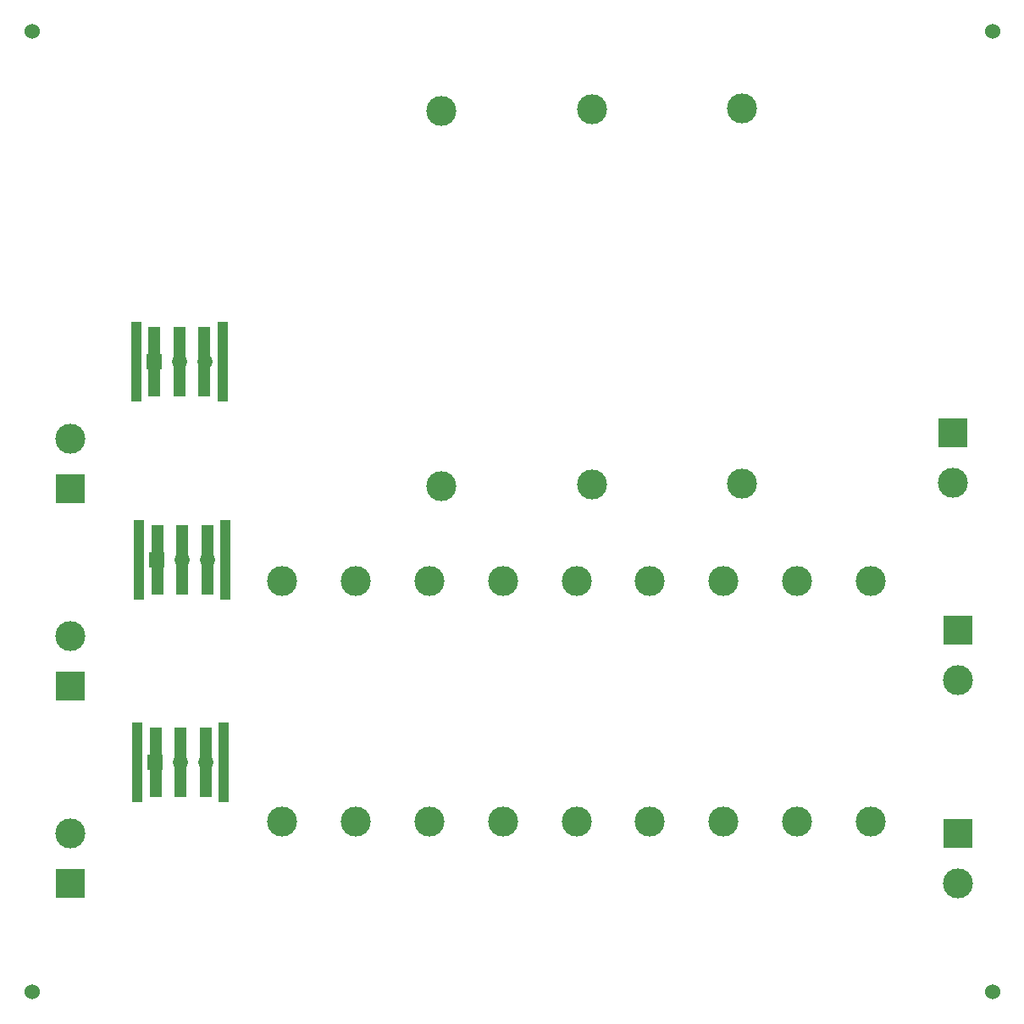
<source format=gbr>
G04 Layer_Color=255*
%FSLAX26Y26*%
%MOIN*%
%TF.FileFunction,Pads,Bot*%
%TF.Part,Single*%
G01*
G75*
%TA.AperFunction,ComponentPad*%
%ADD13C,0.059055*%
%ADD14R,0.059055X0.059055*%
%ADD15R,0.118110X0.118110*%
%ADD16C,0.118110*%
%TA.AperFunction,WasherPad*%
%ADD17C,0.060000*%
%TA.AperFunction,SMDPad,CuDef*%
%ADD18R,0.048819X0.275591*%
%ADD19R,0.043307X0.314961*%
D13*
X691575Y-2080000D02*
D03*
X591575D02*
D03*
X680000Y-1300000D02*
D03*
X580000D02*
D03*
X685000Y-2875000D02*
D03*
X585000D02*
D03*
D14*
X491575Y-2080000D02*
D03*
X480000Y-1300000D02*
D03*
X485000Y-2875000D02*
D03*
D15*
X3625000Y-1577678D02*
D03*
X3645000Y-2355178D02*
D03*
Y-3156575D02*
D03*
X149449Y-1797402D02*
D03*
Y-2574902D02*
D03*
Y-3352402D02*
D03*
D16*
X3625000Y-1774528D02*
D03*
X3645000Y-2552028D02*
D03*
Y-3353425D02*
D03*
X982598Y-3107441D02*
D03*
Y-2162559D02*
D03*
X1275000Y-3107441D02*
D03*
Y-2162559D02*
D03*
X1565000Y-3107441D02*
D03*
Y-2162559D02*
D03*
X1610000Y-1788189D02*
D03*
Y-311811D02*
D03*
X1855000Y-3107441D02*
D03*
Y-2162559D02*
D03*
X2142599Y-3107441D02*
D03*
Y-2162559D02*
D03*
X2430000Y-3107441D02*
D03*
Y-2162559D02*
D03*
X2205000Y-1783189D02*
D03*
Y-306811D02*
D03*
X2720000Y-3107441D02*
D03*
Y-2162559D02*
D03*
X3010000Y-3107441D02*
D03*
Y-2162559D02*
D03*
X3300000Y-3107441D02*
D03*
Y-2162559D02*
D03*
X2795000Y-1778189D02*
D03*
Y-301811D02*
D03*
X149449Y-1600551D02*
D03*
Y-2378051D02*
D03*
Y-3155551D02*
D03*
D17*
X0Y-3779528D02*
D03*
Y0D02*
D03*
X3779528Y-3779528D02*
D03*
X3779527Y0D02*
D03*
D18*
X591575Y-2080000D02*
D03*
X493150D02*
D03*
X690000D02*
D03*
X580000Y-1300000D02*
D03*
X481575D02*
D03*
X678425D02*
D03*
X585000Y-2875000D02*
D03*
X486575D02*
D03*
X683425D02*
D03*
D19*
X761063Y-2080000D02*
D03*
X422087D02*
D03*
X749488Y-1300000D02*
D03*
X410512D02*
D03*
X754488Y-2875000D02*
D03*
X415512D02*
D03*
%TF.MD5,9b72f3e12de321571e4a7a1efcb86ea1*%
M02*

</source>
